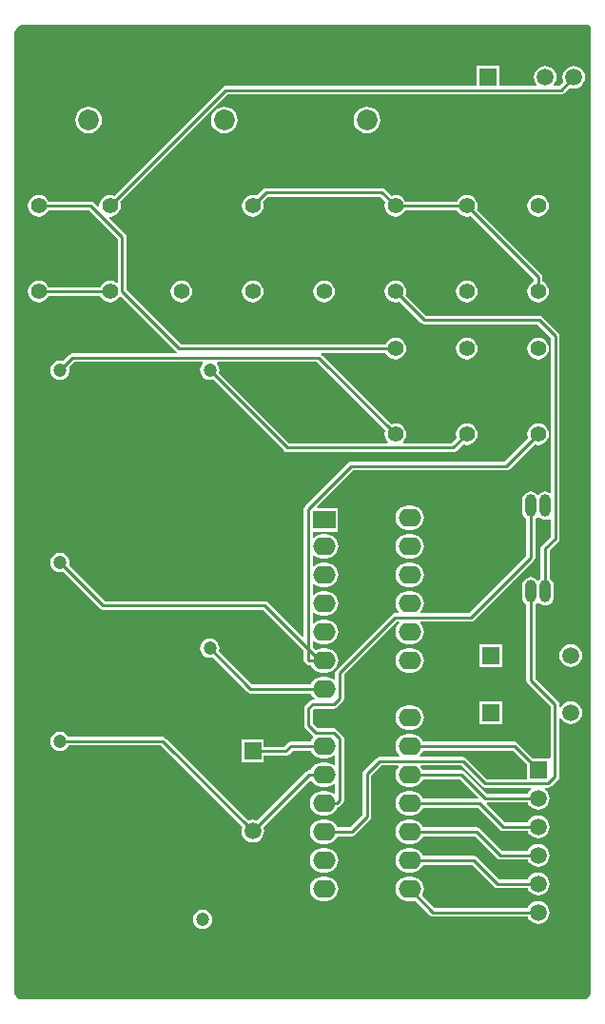
<source format=gbl>
G04 Layer_Physical_Order=2*
G04 Layer_Color=16711680*
%FSLAX25Y25*%
%MOIN*%
G70*
G01*
G75*
%ADD10C,0.01000*%
%ADD11O,0.03937X0.07874*%
%ADD12O,0.03937X0.07874*%
%ADD13R,0.05906X0.05906*%
%ADD14C,0.05906*%
%ADD15R,0.05906X0.05906*%
%ADD16C,0.04724*%
%ADD17R,0.07284X0.07284*%
%ADD18C,0.07284*%
%ADD19O,0.07874X0.06299*%
%ADD20R,0.07874X0.06299*%
%ADD21C,0.05512*%
G36*
X107500Y493471D02*
X305000D01*
Y493469D01*
X305371Y493395D01*
X305685Y493185D01*
X305895Y492871D01*
X305969Y492500D01*
X305971D01*
Y155000D01*
X305976Y154972D01*
X305861Y154099D01*
X305514Y153260D01*
X304961Y152539D01*
X304240Y151986D01*
X304167Y151956D01*
X105833D01*
X105760Y151986D01*
X105039Y152539D01*
X104486Y153260D01*
X104139Y154099D01*
X104024Y154972D01*
X104029Y155000D01*
Y490000D01*
X104024Y490028D01*
X104139Y490901D01*
X104486Y491740D01*
X105039Y492461D01*
X105760Y493014D01*
X106599Y493361D01*
X107472Y493476D01*
X107500Y493471D01*
D02*
G37*
%LPC*%
G36*
X298976Y276487D02*
X297944Y276351D01*
X296983Y275953D01*
X296157Y275319D01*
X295524Y274493D01*
X295125Y273532D01*
X294989Y272500D01*
X295125Y271468D01*
X295524Y270507D01*
X296157Y269681D01*
X296983Y269047D01*
X297944Y268649D01*
X298976Y268513D01*
X300008Y268649D01*
X300970Y269047D01*
X301796Y269681D01*
X302429Y270507D01*
X302827Y271468D01*
X302963Y272500D01*
X302827Y273532D01*
X302429Y274493D01*
X301796Y275319D01*
X300970Y275953D01*
X300008Y276351D01*
X298976Y276487D01*
D02*
G37*
G36*
X243327Y274933D02*
X241752D01*
X240669Y274791D01*
X239659Y274373D01*
X238792Y273708D01*
X238127Y272841D01*
X237709Y271831D01*
X237567Y270748D01*
X237709Y269665D01*
X238127Y268655D01*
X238792Y267789D01*
X239659Y267123D01*
X240669Y266705D01*
X241752Y266563D01*
X243327D01*
X244410Y266705D01*
X245420Y267123D01*
X246286Y267789D01*
X246952Y268655D01*
X247370Y269665D01*
X247512Y270748D01*
X247370Y271831D01*
X246952Y272841D01*
X246286Y273708D01*
X245420Y274373D01*
X244410Y274791D01*
X243327Y274933D01*
D02*
G37*
G36*
X274976Y256453D02*
X267071D01*
Y248547D01*
X274976D01*
Y256453D01*
D02*
G37*
G36*
Y276453D02*
X267071D01*
Y268547D01*
X274976D01*
Y276453D01*
D02*
G37*
G36*
X243327Y324933D02*
X241752D01*
X240669Y324791D01*
X239659Y324373D01*
X238792Y323708D01*
X238127Y322841D01*
X237709Y321831D01*
X237567Y320748D01*
X237709Y319665D01*
X238127Y318655D01*
X238792Y317789D01*
X239659Y317123D01*
X240669Y316705D01*
X241752Y316563D01*
X243327D01*
X244410Y316705D01*
X245420Y317123D01*
X246286Y317789D01*
X246952Y318655D01*
X247370Y319665D01*
X247512Y320748D01*
X247370Y321831D01*
X246952Y322841D01*
X246286Y323708D01*
X245420Y324373D01*
X244410Y324791D01*
X243327Y324933D01*
D02*
G37*
G36*
Y314933D02*
X241752D01*
X240669Y314791D01*
X239659Y314373D01*
X238792Y313707D01*
X238127Y312841D01*
X237709Y311831D01*
X237567Y310748D01*
X237709Y309665D01*
X238127Y308655D01*
X238792Y307788D01*
X239659Y307123D01*
X240669Y306705D01*
X241752Y306563D01*
X243327D01*
X244410Y306705D01*
X245420Y307123D01*
X246286Y307788D01*
X246952Y308655D01*
X247370Y309665D01*
X247512Y310748D01*
X247370Y311831D01*
X246952Y312841D01*
X246286Y313707D01*
X245420Y314373D01*
X244410Y314791D01*
X243327Y314933D01*
D02*
G37*
G36*
Y304933D02*
X241752D01*
X240669Y304791D01*
X239659Y304373D01*
X238792Y303708D01*
X238127Y302841D01*
X237709Y301831D01*
X237567Y300748D01*
X237709Y299665D01*
X238127Y298655D01*
X238792Y297789D01*
X239659Y297123D01*
X240669Y296705D01*
X241752Y296563D01*
X243327D01*
X244410Y296705D01*
X245420Y297123D01*
X246286Y297789D01*
X246952Y298655D01*
X247370Y299665D01*
X247512Y300748D01*
X247370Y301831D01*
X246952Y302841D01*
X246286Y303708D01*
X245420Y304373D01*
X244410Y304791D01*
X243327Y304933D01*
D02*
G37*
G36*
X213327Y194933D02*
X211752D01*
X210669Y194791D01*
X209659Y194373D01*
X208792Y193708D01*
X208127Y192841D01*
X207709Y191831D01*
X207567Y190748D01*
X207709Y189665D01*
X208127Y188655D01*
X208792Y187788D01*
X209659Y187123D01*
X210669Y186705D01*
X211752Y186563D01*
X213327D01*
X214410Y186705D01*
X215420Y187123D01*
X216286Y187788D01*
X216951Y188655D01*
X217370Y189665D01*
X217512Y190748D01*
X217370Y191831D01*
X216951Y192841D01*
X216286Y193708D01*
X215420Y194373D01*
X214410Y194791D01*
X213327Y194933D01*
D02*
G37*
G36*
X243327D02*
X241752D01*
X240669Y194791D01*
X239659Y194373D01*
X238792Y193708D01*
X238127Y192841D01*
X237709Y191831D01*
X237567Y190748D01*
X237709Y189665D01*
X238127Y188655D01*
X238792Y187788D01*
X239659Y187123D01*
X240669Y186705D01*
X241752Y186563D01*
X243327D01*
X244410Y186705D01*
X244417Y186708D01*
X249706Y181419D01*
X250202Y181087D01*
X250787Y180971D01*
X283855D01*
X284047Y180507D01*
X284681Y179681D01*
X285507Y179047D01*
X286468Y178649D01*
X287500Y178513D01*
X288532Y178649D01*
X289493Y179047D01*
X290319Y179681D01*
X290953Y180507D01*
X291351Y181468D01*
X291487Y182500D01*
X291351Y183532D01*
X290953Y184493D01*
X290319Y185319D01*
X289493Y185953D01*
X288532Y186351D01*
X287500Y186487D01*
X286468Y186351D01*
X285507Y185953D01*
X284681Y185319D01*
X284047Y184493D01*
X283855Y184029D01*
X251421D01*
X246884Y188567D01*
X246952Y188655D01*
X247370Y189665D01*
X247512Y190748D01*
X247370Y191831D01*
X246952Y192841D01*
X246286Y193708D01*
X245420Y194373D01*
X244410Y194791D01*
X243327Y194933D01*
D02*
G37*
G36*
X170000Y183391D02*
X169122Y183276D01*
X168304Y182937D01*
X167602Y182398D01*
X167063Y181696D01*
X166724Y180878D01*
X166609Y180000D01*
X166724Y179122D01*
X167063Y178304D01*
X167602Y177602D01*
X168304Y177063D01*
X169122Y176724D01*
X170000Y176609D01*
X170878Y176724D01*
X171696Y177063D01*
X172398Y177602D01*
X172937Y178304D01*
X173276Y179122D01*
X173391Y180000D01*
X173276Y180878D01*
X172937Y181696D01*
X172398Y182398D01*
X171696Y182937D01*
X170878Y183276D01*
X170000Y183391D01*
D02*
G37*
G36*
X243327Y204933D02*
X241752D01*
X240669Y204791D01*
X239659Y204373D01*
X238792Y203708D01*
X238127Y202841D01*
X237709Y201831D01*
X237567Y200748D01*
X237709Y199665D01*
X238127Y198655D01*
X238792Y197789D01*
X239659Y197123D01*
X240669Y196705D01*
X241752Y196563D01*
X243327D01*
X244410Y196705D01*
X245420Y197123D01*
X246286Y197789D01*
X246952Y198655D01*
X247185Y199219D01*
X264467D01*
X272267Y191419D01*
X272763Y191087D01*
X273348Y190971D01*
X283855D01*
X284047Y190507D01*
X284681Y189681D01*
X285507Y189047D01*
X286468Y188649D01*
X287500Y188513D01*
X288532Y188649D01*
X289493Y189047D01*
X290319Y189681D01*
X290953Y190507D01*
X291351Y191468D01*
X291487Y192500D01*
X291351Y193532D01*
X290953Y194493D01*
X290319Y195319D01*
X289493Y195953D01*
X288532Y196351D01*
X287500Y196487D01*
X286468Y196351D01*
X285507Y195953D01*
X284681Y195319D01*
X284047Y194493D01*
X283855Y194029D01*
X273981D01*
X266181Y201829D01*
X265685Y202161D01*
X265100Y202277D01*
X247185D01*
X246952Y202841D01*
X246286Y203708D01*
X245420Y204373D01*
X244410Y204791D01*
X243327Y204933D01*
D02*
G37*
G36*
Y254933D02*
X241752D01*
X240669Y254791D01*
X239659Y254373D01*
X238792Y253708D01*
X238127Y252841D01*
X237709Y251831D01*
X237567Y250748D01*
X237709Y249665D01*
X238127Y248655D01*
X238792Y247789D01*
X239659Y247123D01*
X240669Y246705D01*
X241752Y246563D01*
X243327D01*
X244410Y246705D01*
X245420Y247123D01*
X246286Y247789D01*
X246952Y248655D01*
X247370Y249665D01*
X247512Y250748D01*
X247370Y251831D01*
X246952Y252841D01*
X246286Y253708D01*
X245420Y254373D01*
X244410Y254791D01*
X243327Y254933D01*
D02*
G37*
G36*
Y214933D02*
X241752D01*
X240669Y214791D01*
X239659Y214373D01*
X238792Y213707D01*
X238127Y212841D01*
X237709Y211831D01*
X237567Y210748D01*
X237709Y209665D01*
X238127Y208655D01*
X238792Y207788D01*
X239659Y207123D01*
X240669Y206705D01*
X241752Y206563D01*
X243327D01*
X244410Y206705D01*
X245420Y207123D01*
X246286Y207788D01*
X246952Y208655D01*
X247185Y209219D01*
X265466D01*
X273267Y201419D01*
X273763Y201087D01*
X274348Y200971D01*
X283855D01*
X284047Y200507D01*
X284681Y199681D01*
X285507Y199047D01*
X286468Y198649D01*
X287500Y198513D01*
X288532Y198649D01*
X289493Y199047D01*
X290319Y199681D01*
X290953Y200507D01*
X291351Y201468D01*
X291487Y202500D01*
X291351Y203532D01*
X290953Y204493D01*
X290319Y205319D01*
X289493Y205953D01*
X288532Y206351D01*
X287500Y206487D01*
X286468Y206351D01*
X285507Y205953D01*
X284681Y205319D01*
X284047Y204493D01*
X283855Y204029D01*
X274981D01*
X267181Y211829D01*
X266685Y212161D01*
X266100Y212277D01*
X247185D01*
X246952Y212841D01*
X246286Y213707D01*
X245420Y214373D01*
X244410Y214791D01*
X243327Y214933D01*
D02*
G37*
G36*
X213327Y204933D02*
X211752D01*
X210669Y204791D01*
X209659Y204373D01*
X208792Y203708D01*
X208127Y202841D01*
X207709Y201831D01*
X207567Y200748D01*
X207709Y199665D01*
X208127Y198655D01*
X208792Y197789D01*
X209659Y197123D01*
X210669Y196705D01*
X211752Y196563D01*
X213327D01*
X214410Y196705D01*
X215420Y197123D01*
X216286Y197789D01*
X216951Y198655D01*
X217370Y199665D01*
X217512Y200748D01*
X217370Y201831D01*
X216951Y202841D01*
X216286Y203708D01*
X215420Y204373D01*
X214410Y204791D01*
X213327Y204933D01*
D02*
G37*
G36*
X177500Y464682D02*
X176288Y464522D01*
X175159Y464054D01*
X174189Y463310D01*
X173445Y462341D01*
X172978Y461212D01*
X172818Y460000D01*
X172978Y458788D01*
X173445Y457659D01*
X174189Y456690D01*
X175159Y455945D01*
X176288Y455478D01*
X177500Y455318D01*
X178712Y455478D01*
X179841Y455945D01*
X180810Y456690D01*
X181554Y457659D01*
X182022Y458788D01*
X182182Y460000D01*
X182022Y461212D01*
X181554Y462341D01*
X180810Y463310D01*
X179841Y464054D01*
X178712Y464522D01*
X177500Y464682D01*
D02*
G37*
G36*
X227500D02*
X226288Y464522D01*
X225159Y464054D01*
X224189Y463310D01*
X223446Y462341D01*
X222978Y461212D01*
X222818Y460000D01*
X222978Y458788D01*
X223446Y457659D01*
X224189Y456690D01*
X225159Y455945D01*
X226288Y455478D01*
X227500Y455318D01*
X228712Y455478D01*
X229841Y455945D01*
X230810Y456690D01*
X231555Y457659D01*
X232022Y458788D01*
X232182Y460000D01*
X232022Y461212D01*
X231555Y462341D01*
X230810Y463310D01*
X229841Y464054D01*
X228712Y464522D01*
X227500Y464682D01*
D02*
G37*
G36*
X212500Y403788D02*
X211520Y403659D01*
X210606Y403281D01*
X209821Y402679D01*
X209219Y401894D01*
X208841Y400981D01*
X208712Y400000D01*
X208841Y399020D01*
X209219Y398106D01*
X209821Y397321D01*
X210606Y396719D01*
X211520Y396341D01*
X212500Y396212D01*
X213480Y396341D01*
X214394Y396719D01*
X215179Y397321D01*
X215781Y398106D01*
X216159Y399020D01*
X216288Y400000D01*
X216159Y400981D01*
X215781Y401894D01*
X215179Y402679D01*
X214394Y403281D01*
X213480Y403659D01*
X212500Y403788D01*
D02*
G37*
G36*
X262500D02*
X261520Y403659D01*
X260606Y403281D01*
X259821Y402679D01*
X259219Y401894D01*
X258841Y400981D01*
X258712Y400000D01*
X258841Y399020D01*
X259219Y398106D01*
X259821Y397321D01*
X260606Y396719D01*
X261520Y396341D01*
X262500Y396212D01*
X263480Y396341D01*
X264394Y396719D01*
X265179Y397321D01*
X265781Y398106D01*
X266159Y399020D01*
X266288Y400000D01*
X266159Y400981D01*
X265781Y401894D01*
X265179Y402679D01*
X264394Y403281D01*
X263480Y403659D01*
X262500Y403788D01*
D02*
G37*
G36*
X130000Y464682D02*
X128788Y464522D01*
X127659Y464054D01*
X126690Y463310D01*
X125945Y462341D01*
X125478Y461212D01*
X125318Y460000D01*
X125478Y458788D01*
X125945Y457659D01*
X126690Y456690D01*
X127659Y455945D01*
X128788Y455478D01*
X130000Y455318D01*
X131212Y455478D01*
X132341Y455945D01*
X133310Y456690D01*
X134055Y457659D01*
X134522Y458788D01*
X134682Y460000D01*
X134522Y461212D01*
X134055Y462341D01*
X133310Y463310D01*
X132341Y464054D01*
X131212Y464522D01*
X130000Y464682D01*
D02*
G37*
G36*
X232800Y436229D02*
X192200D01*
X191615Y436113D01*
X191119Y435781D01*
X188845Y433508D01*
X188480Y433659D01*
X187500Y433788D01*
X186520Y433659D01*
X185606Y433281D01*
X184821Y432679D01*
X184219Y431894D01*
X183841Y430980D01*
X183712Y430000D01*
X183841Y429019D01*
X184219Y428106D01*
X184821Y427321D01*
X185606Y426719D01*
X186520Y426341D01*
X187500Y426212D01*
X188480Y426341D01*
X189394Y426719D01*
X190179Y427321D01*
X190781Y428106D01*
X191159Y429019D01*
X191288Y430000D01*
X191159Y430980D01*
X191008Y431345D01*
X192833Y433171D01*
X232167D01*
X233992Y431345D01*
X233841Y430980D01*
X233712Y430000D01*
X233841Y429019D01*
X234219Y428106D01*
X234821Y427321D01*
X235606Y426719D01*
X236520Y426341D01*
X237500Y426212D01*
X238480Y426341D01*
X239394Y426719D01*
X240179Y427321D01*
X240781Y428106D01*
X240932Y428471D01*
X259068D01*
X259219Y428106D01*
X259821Y427321D01*
X260606Y426719D01*
X261520Y426341D01*
X262500Y426212D01*
X263480Y426341D01*
X263845Y426492D01*
X285971Y404366D01*
Y403432D01*
X285606Y403281D01*
X284821Y402679D01*
X284219Y401894D01*
X283841Y400981D01*
X283712Y400000D01*
X283841Y399020D01*
X284219Y398106D01*
X284821Y397321D01*
X285606Y396719D01*
X286520Y396341D01*
X287500Y396212D01*
X288480Y396341D01*
X289394Y396719D01*
X290179Y397321D01*
X290781Y398106D01*
X291159Y399020D01*
X291288Y400000D01*
X291159Y400981D01*
X290781Y401894D01*
X290179Y402679D01*
X289394Y403281D01*
X289029Y403432D01*
Y405000D01*
X288913Y405585D01*
X288581Y406081D01*
X266008Y428655D01*
X266159Y429019D01*
X266288Y430000D01*
X266159Y430980D01*
X265781Y431894D01*
X265179Y432679D01*
X264394Y433281D01*
X263480Y433659D01*
X262500Y433788D01*
X261520Y433659D01*
X260606Y433281D01*
X259821Y432679D01*
X259219Y431894D01*
X259068Y431529D01*
X240932D01*
X240781Y431894D01*
X240179Y432679D01*
X239394Y433281D01*
X238480Y433659D01*
X237500Y433788D01*
X236520Y433659D01*
X236155Y433508D01*
X233881Y435781D01*
X233385Y436113D01*
X232800Y436229D01*
D02*
G37*
G36*
X287500Y433788D02*
X286520Y433659D01*
X285606Y433281D01*
X284821Y432679D01*
X284219Y431894D01*
X283841Y430980D01*
X283712Y430000D01*
X283841Y429019D01*
X284219Y428106D01*
X284821Y427321D01*
X285606Y426719D01*
X286520Y426341D01*
X287500Y426212D01*
X288480Y426341D01*
X289394Y426719D01*
X290179Y427321D01*
X290781Y428106D01*
X291159Y429019D01*
X291288Y430000D01*
X291159Y430980D01*
X290781Y431894D01*
X290179Y432679D01*
X289394Y433281D01*
X288480Y433659D01*
X287500Y433788D01*
D02*
G37*
G36*
X300000Y478987D02*
X298968Y478851D01*
X298007Y478453D01*
X297181Y477819D01*
X296547Y476993D01*
X296149Y476032D01*
X296013Y475000D01*
X296149Y473968D01*
X296341Y473504D01*
X294866Y472029D01*
X293333D01*
X293087Y472529D01*
X293453Y473007D01*
X293851Y473968D01*
X293987Y475000D01*
X293851Y476032D01*
X293453Y476993D01*
X292819Y477819D01*
X291993Y478453D01*
X291032Y478851D01*
X290000Y478987D01*
X288968Y478851D01*
X288007Y478453D01*
X287181Y477819D01*
X286547Y476993D01*
X286149Y476032D01*
X286013Y475000D01*
X286149Y473968D01*
X286547Y473007D01*
X286913Y472529D01*
X286667Y472029D01*
X273953D01*
Y478953D01*
X266047D01*
Y472029D01*
X178000D01*
X177415Y471913D01*
X176919Y471581D01*
X138845Y433508D01*
X138480Y433659D01*
X137500Y433788D01*
X136520Y433659D01*
X135606Y433281D01*
X134821Y432679D01*
X134219Y431894D01*
X133841Y430980D01*
X133712Y430000D01*
X133724Y429909D01*
X133275Y429688D01*
X131881Y431081D01*
X131385Y431413D01*
X130800Y431529D01*
X115932D01*
X115781Y431894D01*
X115179Y432679D01*
X114394Y433281D01*
X113480Y433659D01*
X112500Y433788D01*
X111520Y433659D01*
X110606Y433281D01*
X109821Y432679D01*
X109219Y431894D01*
X108841Y430980D01*
X108712Y430000D01*
X108841Y429019D01*
X109219Y428106D01*
X109821Y427321D01*
X110606Y426719D01*
X111520Y426341D01*
X112500Y426212D01*
X113480Y426341D01*
X114394Y426719D01*
X115179Y427321D01*
X115781Y428106D01*
X115932Y428471D01*
X130166D01*
X140271Y418366D01*
Y403238D01*
X139771Y402992D01*
X139394Y403281D01*
X138480Y403659D01*
X137500Y403788D01*
X136520Y403659D01*
X135606Y403281D01*
X134821Y402679D01*
X134219Y401894D01*
X134068Y401529D01*
X115932D01*
X115781Y401894D01*
X115179Y402679D01*
X114394Y403281D01*
X113480Y403659D01*
X112500Y403788D01*
X111520Y403659D01*
X110606Y403281D01*
X109821Y402679D01*
X109219Y401894D01*
X108841Y400981D01*
X108712Y400000D01*
X108841Y399020D01*
X109219Y398106D01*
X109821Y397321D01*
X110606Y396719D01*
X111520Y396341D01*
X112500Y396212D01*
X113480Y396341D01*
X114394Y396719D01*
X115179Y397321D01*
X115781Y398106D01*
X115932Y398471D01*
X134068D01*
X134219Y398106D01*
X134821Y397321D01*
X135606Y396719D01*
X136520Y396341D01*
X137500Y396212D01*
X138480Y396341D01*
X139394Y396719D01*
X140179Y397321D01*
X140781Y398106D01*
X140828Y398221D01*
X141319Y398318D01*
X160719Y378919D01*
X160852Y378829D01*
X160700Y378329D01*
X124300D01*
X123715Y378213D01*
X123219Y377881D01*
X121044Y375707D01*
X120878Y375776D01*
X120000Y375891D01*
X119122Y375776D01*
X118304Y375437D01*
X117602Y374898D01*
X117063Y374196D01*
X116724Y373378D01*
X116609Y372500D01*
X116724Y371622D01*
X117063Y370804D01*
X117602Y370102D01*
X118304Y369563D01*
X119122Y369224D01*
X120000Y369109D01*
X120878Y369224D01*
X121696Y369563D01*
X122398Y370102D01*
X122937Y370804D01*
X123276Y371622D01*
X123391Y372500D01*
X123276Y373378D01*
X123207Y373544D01*
X124934Y375271D01*
X169824D01*
X170004Y374771D01*
X169563Y374196D01*
X169224Y373378D01*
X169109Y372500D01*
X169224Y371622D01*
X169563Y370804D01*
X170102Y370102D01*
X170804Y369563D01*
X171622Y369224D01*
X172500Y369109D01*
X173378Y369224D01*
X173544Y369293D01*
X198619Y344219D01*
X199115Y343887D01*
X199700Y343771D01*
X257800D01*
X258385Y343887D01*
X258881Y344219D01*
X261155Y346492D01*
X261520Y346341D01*
X262500Y346212D01*
X263480Y346341D01*
X264394Y346719D01*
X265179Y347321D01*
X265781Y348106D01*
X266159Y349020D01*
X266288Y350000D01*
X266159Y350980D01*
X265781Y351894D01*
X265179Y352679D01*
X264394Y353281D01*
X263480Y353659D01*
X262500Y353788D01*
X261520Y353659D01*
X260606Y353281D01*
X259821Y352679D01*
X259219Y351894D01*
X258841Y350980D01*
X258712Y350000D01*
X258841Y349020D01*
X258992Y348655D01*
X257167Y346829D01*
X240316D01*
X240210Y347141D01*
X240185Y347329D01*
X240781Y348106D01*
X241159Y349020D01*
X241288Y350000D01*
X241159Y350980D01*
X240781Y351894D01*
X240179Y352679D01*
X239394Y353281D01*
X238480Y353659D01*
X237500Y353788D01*
X236520Y353659D01*
X236155Y353508D01*
X211781Y377881D01*
X211648Y377971D01*
X211800Y378471D01*
X234068D01*
X234219Y378106D01*
X234821Y377321D01*
X235606Y376719D01*
X236520Y376341D01*
X237500Y376212D01*
X238480Y376341D01*
X239394Y376719D01*
X240179Y377321D01*
X240781Y378106D01*
X241159Y379019D01*
X241288Y380000D01*
X241159Y380980D01*
X240781Y381894D01*
X240179Y382679D01*
X239394Y383281D01*
X238480Y383659D01*
X237500Y383788D01*
X236520Y383659D01*
X235606Y383281D01*
X234821Y382679D01*
X234219Y381894D01*
X234068Y381529D01*
X162434D01*
X143329Y400633D01*
Y419000D01*
X143213Y419585D01*
X142881Y420081D01*
X137188Y425775D01*
X137409Y426224D01*
X137500Y426212D01*
X138480Y426341D01*
X139394Y426719D01*
X140179Y427321D01*
X140781Y428106D01*
X141159Y429019D01*
X141288Y430000D01*
X141159Y430980D01*
X141008Y431345D01*
X178633Y468971D01*
X295500D01*
X296085Y469087D01*
X296581Y469419D01*
X298504Y471341D01*
X298968Y471149D01*
X300000Y471013D01*
X301032Y471149D01*
X301993Y471547D01*
X302819Y472181D01*
X303453Y473007D01*
X303851Y473968D01*
X303987Y475000D01*
X303851Y476032D01*
X303453Y476993D01*
X302819Y477819D01*
X301993Y478453D01*
X301032Y478851D01*
X300000Y478987D01*
D02*
G37*
G36*
X287500Y353788D02*
X286520Y353659D01*
X285606Y353281D01*
X284821Y352679D01*
X284219Y351894D01*
X283841Y350980D01*
X283712Y350000D01*
X283841Y349020D01*
X283992Y348655D01*
X275766Y340429D01*
X222100D01*
X221515Y340313D01*
X221019Y339981D01*
X205919Y324881D01*
X205587Y324385D01*
X205471Y323800D01*
Y279146D01*
X205009Y278954D01*
X192881Y291081D01*
X192385Y291413D01*
X191800Y291529D01*
X135634D01*
X123207Y303956D01*
X123276Y304122D01*
X123391Y305000D01*
X123276Y305878D01*
X122937Y306696D01*
X122398Y307398D01*
X121696Y307937D01*
X120878Y308276D01*
X120000Y308391D01*
X119122Y308276D01*
X118304Y307937D01*
X117602Y307398D01*
X117063Y306696D01*
X116724Y305878D01*
X116609Y305000D01*
X116724Y304122D01*
X117063Y303304D01*
X117602Y302602D01*
X118304Y302063D01*
X119122Y301724D01*
X120000Y301609D01*
X120878Y301724D01*
X121044Y301793D01*
X133919Y288919D01*
X134415Y288587D01*
X135000Y288471D01*
X191166D01*
X205471Y274166D01*
Y270848D01*
X205587Y270263D01*
X205919Y269767D01*
X206019Y269667D01*
X206515Y269335D01*
X207100Y269219D01*
X207894D01*
X208127Y268655D01*
X208792Y267789D01*
X209659Y267123D01*
X210669Y266705D01*
X211752Y266563D01*
X213327D01*
X214410Y266705D01*
X215420Y267123D01*
X216286Y267789D01*
X216951Y268655D01*
X217370Y269665D01*
X217512Y270748D01*
X217370Y271831D01*
X216951Y272841D01*
X216286Y273708D01*
X215420Y274373D01*
X214410Y274791D01*
X213327Y274933D01*
X211752D01*
X210669Y274791D01*
X209659Y274373D01*
X209620Y274343D01*
X208529Y275433D01*
Y277360D01*
X209029Y277607D01*
X209659Y277123D01*
X210669Y276705D01*
X211752Y276563D01*
X213327D01*
X214410Y276705D01*
X215420Y277123D01*
X216286Y277788D01*
X216951Y278655D01*
X217370Y279665D01*
X217512Y280748D01*
X217370Y281831D01*
X216951Y282841D01*
X216286Y283707D01*
X215420Y284373D01*
X214410Y284791D01*
X213327Y284933D01*
X211752D01*
X210669Y284791D01*
X209659Y284373D01*
X209029Y283889D01*
X208529Y284136D01*
Y287360D01*
X209029Y287607D01*
X209659Y287123D01*
X210669Y286705D01*
X211752Y286563D01*
X213327D01*
X214410Y286705D01*
X215420Y287123D01*
X216286Y287789D01*
X216951Y288655D01*
X217370Y289665D01*
X217512Y290748D01*
X217370Y291831D01*
X216951Y292841D01*
X216286Y293707D01*
X215420Y294373D01*
X214410Y294791D01*
X213327Y294933D01*
X211752D01*
X210669Y294791D01*
X209659Y294373D01*
X209029Y293889D01*
X208529Y294136D01*
Y297360D01*
X209029Y297607D01*
X209659Y297123D01*
X210669Y296705D01*
X211752Y296563D01*
X213327D01*
X214410Y296705D01*
X215420Y297123D01*
X216286Y297789D01*
X216951Y298655D01*
X217370Y299665D01*
X217512Y300748D01*
X217370Y301831D01*
X216951Y302841D01*
X216286Y303708D01*
X215420Y304373D01*
X214410Y304791D01*
X213327Y304933D01*
X211752D01*
X210669Y304791D01*
X209659Y304373D01*
X209029Y303889D01*
X208529Y304136D01*
Y307360D01*
X209029Y307607D01*
X209659Y307123D01*
X210669Y306705D01*
X211752Y306563D01*
X213327D01*
X214410Y306705D01*
X215420Y307123D01*
X216286Y307788D01*
X216951Y308655D01*
X217370Y309665D01*
X217512Y310748D01*
X217370Y311831D01*
X216951Y312841D01*
X216286Y313707D01*
X215420Y314373D01*
X214410Y314791D01*
X213327Y314933D01*
X211752D01*
X210669Y314791D01*
X209659Y314373D01*
X209029Y313889D01*
X208529Y314136D01*
Y315850D01*
X217437D01*
Y324150D01*
X210166D01*
X209974Y324611D01*
X222733Y337371D01*
X276400D01*
X276985Y337487D01*
X277481Y337819D01*
X286155Y346492D01*
X286520Y346341D01*
X287500Y346212D01*
X288480Y346341D01*
X289394Y346719D01*
X290179Y347321D01*
X290781Y348106D01*
X291159Y349020D01*
X291288Y350000D01*
X291159Y350980D01*
X290781Y351894D01*
X290179Y352679D01*
X289394Y353281D01*
X288480Y353659D01*
X287500Y353788D01*
D02*
G37*
G36*
X237500Y403788D02*
X236520Y403659D01*
X235606Y403281D01*
X234821Y402679D01*
X234219Y401894D01*
X233841Y400981D01*
X233712Y400000D01*
X233841Y399020D01*
X234219Y398106D01*
X234821Y397321D01*
X235606Y396719D01*
X236520Y396341D01*
X237500Y396212D01*
X238480Y396341D01*
X238845Y396492D01*
X246419Y388919D01*
X246915Y388587D01*
X247500Y388471D01*
X287367D01*
X291971Y383867D01*
Y329763D01*
X291522Y329542D01*
X291497Y329561D01*
X290775Y329861D01*
X290000Y329963D01*
X289225Y329861D01*
X288503Y329561D01*
X287883Y329086D01*
X287750Y328913D01*
X287250D01*
X287117Y329086D01*
X286497Y329561D01*
X285775Y329861D01*
X285000Y329963D01*
X284225Y329861D01*
X283503Y329561D01*
X282883Y329086D01*
X282407Y328466D01*
X282108Y327743D01*
X282006Y326969D01*
Y323031D01*
X282108Y322257D01*
X282407Y321534D01*
X282883Y320914D01*
X283471Y320463D01*
Y307534D01*
X263266Y287329D01*
X246442D01*
X246379Y287517D01*
X246318Y287829D01*
X246952Y288655D01*
X247370Y289665D01*
X247512Y290748D01*
X247370Y291831D01*
X246952Y292841D01*
X246286Y293707D01*
X245420Y294373D01*
X244410Y294791D01*
X243327Y294933D01*
X241752D01*
X240669Y294791D01*
X239659Y294373D01*
X238792Y293707D01*
X238127Y292841D01*
X237709Y291831D01*
X237567Y290748D01*
X237709Y289665D01*
X238127Y288655D01*
X238761Y287829D01*
X238700Y287517D01*
X238637Y287329D01*
X237300D01*
X236715Y287213D01*
X236219Y286881D01*
X216919Y267581D01*
X216587Y267085D01*
X216471Y266500D01*
Y264196D01*
X215971Y263950D01*
X215420Y264373D01*
X214410Y264791D01*
X213327Y264933D01*
X211752D01*
X210669Y264791D01*
X209659Y264373D01*
X208792Y263707D01*
X208127Y262841D01*
X207894Y262277D01*
X187385D01*
X175707Y273956D01*
X175776Y274122D01*
X175891Y275000D01*
X175776Y275878D01*
X175437Y276696D01*
X174898Y277398D01*
X174196Y277937D01*
X173378Y278276D01*
X172500Y278391D01*
X171622Y278276D01*
X170804Y277937D01*
X170102Y277398D01*
X169563Y276696D01*
X169224Y275878D01*
X169109Y275000D01*
X169224Y274122D01*
X169563Y273304D01*
X170102Y272602D01*
X170804Y272063D01*
X171622Y271724D01*
X172500Y271609D01*
X173378Y271724D01*
X173544Y271793D01*
X185671Y259667D01*
X186167Y259335D01*
X186752Y259219D01*
X207894D01*
X208127Y258655D01*
X208792Y257788D01*
X209260Y257429D01*
X209091Y256929D01*
X208500D01*
X207915Y256813D01*
X207419Y256481D01*
X206019Y255081D01*
X205687Y254585D01*
X205571Y254000D01*
Y248000D01*
X205687Y247415D01*
X206019Y246919D01*
X208619Y244319D01*
X208698Y244265D01*
X208772Y243827D01*
X208738Y243637D01*
X208127Y242841D01*
X207894Y242277D01*
X200872D01*
X200286Y242161D01*
X199790Y241829D01*
X198467Y240506D01*
X191453D01*
Y242929D01*
X183547D01*
Y235024D01*
X191453D01*
Y237447D01*
X199100D01*
X199685Y237563D01*
X200181Y237895D01*
X201505Y239219D01*
X207894D01*
X208127Y238655D01*
X208792Y237789D01*
X209659Y237123D01*
X210669Y236705D01*
X211752Y236563D01*
X213327D01*
X214410Y236705D01*
X215420Y237123D01*
X215971Y237546D01*
X216471Y237300D01*
Y234196D01*
X215971Y233950D01*
X215420Y234373D01*
X214410Y234791D01*
X213327Y234933D01*
X211752D01*
X210669Y234791D01*
X209659Y234373D01*
X208792Y233707D01*
X208127Y232841D01*
X207894Y232277D01*
X207224D01*
X206639Y232161D01*
X206143Y231829D01*
X188996Y214682D01*
X188532Y214875D01*
X187500Y215010D01*
X186468Y214875D01*
X186004Y214682D01*
X157105Y243581D01*
X156609Y243913D01*
X156024Y244029D01*
X123006D01*
X122937Y244196D01*
X122398Y244898D01*
X121696Y245437D01*
X120878Y245776D01*
X120000Y245891D01*
X119122Y245776D01*
X118304Y245437D01*
X117602Y244898D01*
X117063Y244196D01*
X116724Y243378D01*
X116609Y242500D01*
X116724Y241622D01*
X117063Y240804D01*
X117602Y240102D01*
X118304Y239563D01*
X119122Y239224D01*
X120000Y239109D01*
X120878Y239224D01*
X121696Y239563D01*
X122398Y240102D01*
X122937Y240804D01*
X123006Y240971D01*
X155390D01*
X183841Y212520D01*
X183649Y212055D01*
X183513Y211024D01*
X183649Y209992D01*
X184047Y209030D01*
X184681Y208205D01*
X185507Y207571D01*
X186468Y207173D01*
X187500Y207037D01*
X188532Y207173D01*
X189493Y207571D01*
X190319Y208205D01*
X190953Y209030D01*
X191351Y209992D01*
X191487Y211024D01*
X191351Y212055D01*
X191159Y212520D01*
X207501Y228861D01*
X208090Y228744D01*
X208127Y228655D01*
X208792Y227788D01*
X209659Y227123D01*
X210669Y226705D01*
X211752Y226563D01*
X213327D01*
X214410Y226705D01*
X215420Y227123D01*
X215971Y227546D01*
X216471Y227300D01*
Y224196D01*
X215971Y223950D01*
X215420Y224373D01*
X214410Y224791D01*
X213327Y224933D01*
X211752D01*
X210669Y224791D01*
X209659Y224373D01*
X208792Y223708D01*
X208127Y222841D01*
X207709Y221831D01*
X207567Y220748D01*
X207709Y219665D01*
X208127Y218655D01*
X208792Y217789D01*
X209659Y217123D01*
X210669Y216705D01*
X211752Y216563D01*
X213327D01*
X214410Y216705D01*
X215420Y217123D01*
X216286Y217789D01*
X216951Y218655D01*
X217201Y219259D01*
X217585Y219335D01*
X218081Y219667D01*
X219081Y220667D01*
X219413Y221163D01*
X219529Y221748D01*
Y243400D01*
X219413Y243985D01*
X219081Y244481D01*
X217081Y246481D01*
X216585Y246813D01*
X216000Y246929D01*
X210333D01*
X208629Y248634D01*
Y253366D01*
X209134Y253871D01*
X216000D01*
X216585Y253987D01*
X217081Y254319D01*
X219081Y256319D01*
X219413Y256815D01*
X219529Y257400D01*
Y265866D01*
X237933Y284271D01*
X238749D01*
X238909Y283797D01*
X238792Y283707D01*
X238127Y282841D01*
X237709Y281831D01*
X237567Y280748D01*
X237709Y279665D01*
X238127Y278655D01*
X238792Y277788D01*
X239659Y277123D01*
X240669Y276705D01*
X241752Y276563D01*
X243327D01*
X244410Y276705D01*
X245420Y277123D01*
X246286Y277788D01*
X246952Y278655D01*
X247370Y279665D01*
X247512Y280748D01*
X247370Y281831D01*
X246952Y282841D01*
X246286Y283707D01*
X246170Y283797D01*
X246330Y284271D01*
X263900D01*
X264485Y284387D01*
X264981Y284719D01*
X286081Y305819D01*
X286413Y306315D01*
X286529Y306900D01*
Y320463D01*
X287117Y320914D01*
X287250Y321087D01*
X287750D01*
X287883Y320914D01*
X288503Y320439D01*
X289225Y320139D01*
X290000Y320037D01*
X290775Y320139D01*
X291497Y320439D01*
X291522Y320458D01*
X291971Y320237D01*
Y314134D01*
X288919Y311081D01*
X288587Y310585D01*
X288471Y310000D01*
Y299537D01*
X287883Y299086D01*
X287750Y298913D01*
X287250D01*
X287117Y299086D01*
X286497Y299562D01*
X285775Y299861D01*
X285000Y299963D01*
X284225Y299861D01*
X283503Y299562D01*
X282883Y299086D01*
X282407Y298466D01*
X282108Y297743D01*
X282006Y296969D01*
Y293032D01*
X282108Y292257D01*
X282407Y291534D01*
X282883Y290914D01*
X283471Y290463D01*
Y263800D01*
X283587Y263215D01*
X283919Y262719D01*
X291871Y254767D01*
Y236651D01*
X291453Y236453D01*
X285710D01*
X280333Y241829D01*
X279837Y242161D01*
X279252Y242277D01*
X247185D01*
X246952Y242841D01*
X246286Y243707D01*
X245420Y244373D01*
X244410Y244791D01*
X243327Y244933D01*
X241752D01*
X240669Y244791D01*
X239659Y244373D01*
X238792Y243707D01*
X238127Y242841D01*
X237709Y241831D01*
X237567Y240748D01*
X237709Y239665D01*
X238127Y238655D01*
X238792Y237789D01*
X239130Y237529D01*
X238960Y237029D01*
X232000D01*
X231415Y236913D01*
X230919Y236581D01*
X226419Y232081D01*
X226087Y231585D01*
X225971Y231000D01*
Y216634D01*
X221615Y212277D01*
X217185D01*
X216951Y212841D01*
X216286Y213707D01*
X215420Y214373D01*
X214410Y214791D01*
X213327Y214933D01*
X211752D01*
X210669Y214791D01*
X209659Y214373D01*
X208792Y213707D01*
X208127Y212841D01*
X207709Y211831D01*
X207567Y210748D01*
X207709Y209665D01*
X208127Y208655D01*
X208792Y207788D01*
X209659Y207123D01*
X210669Y206705D01*
X211752Y206563D01*
X213327D01*
X214410Y206705D01*
X215420Y207123D01*
X216286Y207788D01*
X216951Y208655D01*
X217185Y209219D01*
X222248D01*
X222833Y209335D01*
X223329Y209667D01*
X228581Y214919D01*
X228913Y215415D01*
X229029Y216000D01*
Y230366D01*
X232633Y233971D01*
X238364D01*
X238611Y233471D01*
X238127Y232841D01*
X237709Y231831D01*
X237567Y230748D01*
X237709Y229665D01*
X238127Y228655D01*
X238792Y227788D01*
X239659Y227123D01*
X240669Y226705D01*
X241752Y226563D01*
X243327D01*
X244410Y226705D01*
X245420Y227123D01*
X246286Y227788D01*
X246952Y228655D01*
X247185Y229219D01*
X260167D01*
X266608Y222777D01*
X266401Y222277D01*
X247185D01*
X246952Y222841D01*
X246286Y223708D01*
X245420Y224373D01*
X244410Y224791D01*
X243327Y224933D01*
X241752D01*
X240669Y224791D01*
X239659Y224373D01*
X238792Y223708D01*
X238127Y222841D01*
X237709Y221831D01*
X237567Y220748D01*
X237709Y219665D01*
X238127Y218655D01*
X238792Y217789D01*
X239659Y217123D01*
X240669Y216705D01*
X241752Y216563D01*
X243327D01*
X244410Y216705D01*
X245420Y217123D01*
X246286Y217789D01*
X246952Y218655D01*
X247185Y219219D01*
X266466D01*
X274267Y211419D01*
X274763Y211087D01*
X275348Y210971D01*
X283855D01*
X284047Y210507D01*
X284681Y209681D01*
X285507Y209047D01*
X286468Y208649D01*
X287500Y208513D01*
X288532Y208649D01*
X289493Y209047D01*
X290319Y209681D01*
X290953Y210507D01*
X291351Y211468D01*
X291487Y212500D01*
X291351Y213532D01*
X290953Y214493D01*
X290319Y215319D01*
X289493Y215953D01*
X288532Y216351D01*
X287500Y216487D01*
X286468Y216351D01*
X285507Y215953D01*
X284681Y215319D01*
X284047Y214493D01*
X283855Y214029D01*
X275981D01*
X269540Y220471D01*
X269747Y220971D01*
X283855D01*
X284047Y220507D01*
X284681Y219681D01*
X285507Y219047D01*
X286468Y218649D01*
X287500Y218513D01*
X288532Y218649D01*
X289493Y219047D01*
X290319Y219681D01*
X290953Y220507D01*
X291351Y221468D01*
X291487Y222500D01*
X291351Y223532D01*
X290953Y224493D01*
X290319Y225319D01*
X289861Y225671D01*
X290031Y226171D01*
X291100D01*
X291685Y226287D01*
X292181Y226619D01*
X294481Y228919D01*
X294813Y229415D01*
X294929Y230000D01*
Y250635D01*
X295429Y250734D01*
X295524Y250507D01*
X296157Y249681D01*
X296983Y249047D01*
X297944Y248649D01*
X298976Y248513D01*
X300008Y248649D01*
X300970Y249047D01*
X301796Y249681D01*
X302429Y250507D01*
X302827Y251468D01*
X302963Y252500D01*
X302827Y253532D01*
X302429Y254493D01*
X301796Y255319D01*
X300970Y255953D01*
X300008Y256351D01*
X298976Y256487D01*
X297944Y256351D01*
X296983Y255953D01*
X296157Y255319D01*
X295524Y254493D01*
X295429Y254266D01*
X294929Y254365D01*
Y255400D01*
X294813Y255985D01*
X294481Y256481D01*
X286529Y264434D01*
Y290463D01*
X287117Y290914D01*
X287250Y291087D01*
X287750D01*
X287883Y290914D01*
X288503Y290439D01*
X289225Y290139D01*
X290000Y290037D01*
X290775Y290139D01*
X291497Y290439D01*
X292117Y290914D01*
X292593Y291534D01*
X292892Y292257D01*
X292994Y293032D01*
Y296969D01*
X292892Y297743D01*
X292593Y298466D01*
X292117Y299086D01*
X291529Y299537D01*
Y309366D01*
X294581Y312419D01*
X294913Y312915D01*
X295029Y313500D01*
Y384500D01*
X294913Y385085D01*
X294581Y385581D01*
X289081Y391081D01*
X288585Y391413D01*
X288000Y391529D01*
X248133D01*
X241008Y398655D01*
X241159Y399020D01*
X241288Y400000D01*
X241159Y400981D01*
X240781Y401894D01*
X240179Y402679D01*
X239394Y403281D01*
X238480Y403659D01*
X237500Y403788D01*
D02*
G37*
G36*
X262500Y383788D02*
X261520Y383659D01*
X260606Y383281D01*
X259821Y382679D01*
X259219Y381894D01*
X258841Y380980D01*
X258712Y380000D01*
X258841Y379019D01*
X259219Y378106D01*
X259821Y377321D01*
X260606Y376719D01*
X261520Y376341D01*
X262500Y376212D01*
X263480Y376341D01*
X264394Y376719D01*
X265179Y377321D01*
X265781Y378106D01*
X266159Y379019D01*
X266288Y380000D01*
X266159Y380980D01*
X265781Y381894D01*
X265179Y382679D01*
X264394Y383281D01*
X263480Y383659D01*
X262500Y383788D01*
D02*
G37*
G36*
X187500Y403788D02*
X186520Y403659D01*
X185606Y403281D01*
X184821Y402679D01*
X184219Y401894D01*
X183841Y400981D01*
X183712Y400000D01*
X183841Y399020D01*
X184219Y398106D01*
X184821Y397321D01*
X185606Y396719D01*
X186520Y396341D01*
X187500Y396212D01*
X188480Y396341D01*
X189394Y396719D01*
X190179Y397321D01*
X190781Y398106D01*
X191159Y399020D01*
X191288Y400000D01*
X191159Y400981D01*
X190781Y401894D01*
X190179Y402679D01*
X189394Y403281D01*
X188480Y403659D01*
X187500Y403788D01*
D02*
G37*
G36*
X162500D02*
X161520Y403659D01*
X160606Y403281D01*
X159821Y402679D01*
X159219Y401894D01*
X158841Y400981D01*
X158712Y400000D01*
X158841Y399020D01*
X159219Y398106D01*
X159821Y397321D01*
X160606Y396719D01*
X161520Y396341D01*
X162500Y396212D01*
X163480Y396341D01*
X164394Y396719D01*
X165179Y397321D01*
X165781Y398106D01*
X166159Y399020D01*
X166288Y400000D01*
X166159Y400981D01*
X165781Y401894D01*
X165179Y402679D01*
X164394Y403281D01*
X163480Y403659D01*
X162500Y403788D01*
D02*
G37*
G36*
X287500Y383788D02*
X286520Y383659D01*
X285606Y383281D01*
X284821Y382679D01*
X284219Y381894D01*
X283841Y380980D01*
X283712Y380000D01*
X283841Y379019D01*
X284219Y378106D01*
X284821Y377321D01*
X285606Y376719D01*
X286520Y376341D01*
X287500Y376212D01*
X288480Y376341D01*
X289394Y376719D01*
X290179Y377321D01*
X290781Y378106D01*
X291159Y379019D01*
X291288Y380000D01*
X291159Y380980D01*
X290781Y381894D01*
X290179Y382679D01*
X289394Y383281D01*
X288480Y383659D01*
X287500Y383788D01*
D02*
G37*
%LPD*%
G36*
X233992Y351345D02*
X233841Y350980D01*
X233712Y350000D01*
X233841Y349020D01*
X234219Y348106D01*
X234815Y347329D01*
X234790Y347141D01*
X234684Y346829D01*
X200333D01*
X175707Y371456D01*
X175776Y371622D01*
X175891Y372500D01*
X175776Y373378D01*
X175437Y374196D01*
X174996Y374771D01*
X175176Y375271D01*
X210067D01*
X233992Y351345D01*
D02*
G37*
G36*
X283547Y234290D02*
Y229229D01*
X269634D01*
X262281Y236581D01*
X261785Y236913D01*
X261200Y237029D01*
X246118D01*
X245949Y237529D01*
X246286Y237789D01*
X246952Y238655D01*
X247185Y239219D01*
X278619D01*
X283547Y234290D01*
D02*
G37*
G36*
X267919Y226619D02*
X268415Y226287D01*
X269000Y226171D01*
X284969D01*
X285139Y225671D01*
X284681Y225319D01*
X284047Y224493D01*
X283855Y224029D01*
X269682D01*
X261881Y231829D01*
X261385Y232161D01*
X260800Y232277D01*
X247185D01*
X246952Y232841D01*
X246468Y233471D01*
X246715Y233971D01*
X260566D01*
X267919Y226619D01*
D02*
G37*
D10*
X112500Y400000D02*
X137500D01*
X237500Y430000D02*
X262500D01*
X242539Y230748D02*
X260800D01*
X269048Y222500D01*
X287500D01*
X187500Y238976D02*
X199100D01*
X200872Y240748D01*
X212539D01*
X120000Y342500D02*
X172500D01*
X177500Y480000D02*
X227500D01*
X130000D02*
X177500D01*
X275000D02*
X280000Y475000D01*
X227500Y480000D02*
X275000D01*
X137500Y430000D02*
X178000Y470500D01*
X295500D01*
X300000Y475000D01*
X227500Y260748D02*
X242539D01*
X217500Y250748D02*
X227500Y260748D01*
X212539Y250748D02*
X217500D01*
X172500Y275000D02*
X186752Y260748D01*
X212539D01*
X120000Y305000D02*
X135000Y290000D01*
X191800D01*
X112500Y430000D02*
X130800D01*
X141800Y419000D01*
Y400000D02*
Y419000D01*
Y400000D02*
X161800Y380000D01*
X237500D01*
X207224Y230748D02*
X212539D01*
X187500Y211024D02*
X207224Y230748D01*
X242539Y260748D02*
X276000D01*
X280000Y264748D01*
Y295000D01*
X285000Y263800D02*
Y295000D01*
Y263800D02*
X293400Y255400D01*
Y230000D02*
Y255400D01*
X291100Y227700D02*
X293400Y230000D01*
X269000Y227700D02*
X291100D01*
X261200Y235500D02*
X269000Y227700D01*
X232000Y235500D02*
X261200D01*
X227500Y231000D02*
X232000Y235500D01*
X227500Y216000D02*
Y231000D01*
X222248Y210748D02*
X227500Y216000D01*
X212539Y210748D02*
X222248D01*
X279252Y240748D02*
X287500Y232500D01*
X242539Y240748D02*
X279252D01*
X285000Y306900D02*
Y325000D01*
X263900Y285800D02*
X285000Y306900D01*
X237300Y285800D02*
X263900D01*
X218000Y266500D02*
X237300Y285800D01*
X218000Y257400D02*
Y266500D01*
X216000Y255400D02*
X218000Y257400D01*
X208500Y255400D02*
X216000D01*
X207100Y254000D02*
X208500Y255400D01*
X207100Y248000D02*
Y254000D01*
Y248000D02*
X209700Y245400D01*
X216000D01*
X218000Y243400D01*
Y221748D02*
Y243400D01*
X217000Y220748D02*
X218000Y221748D01*
X212539Y220748D02*
X217000D01*
X120000Y242500D02*
X156024D01*
X187500Y211024D01*
X276400Y338900D02*
X287500Y350000D01*
X222100Y338900D02*
X276400D01*
X207000Y323800D02*
X222100Y338900D01*
X207000Y270848D02*
X207100Y270748D01*
X232800Y434700D02*
X237500Y430000D01*
X192200Y434700D02*
X232800D01*
X187500Y430000D02*
X192200Y434700D01*
X287500Y400000D02*
Y405000D01*
X262500Y430000D02*
X287500Y405000D01*
X242539Y200748D02*
X265100D01*
X273348Y192500D01*
X287500D01*
X237500Y400000D02*
X247500Y390000D01*
X288000D01*
X293500Y384500D01*
Y313500D02*
Y384500D01*
X290000Y310000D02*
X293500Y313500D01*
X290000Y295000D02*
Y310000D01*
X172500Y372500D02*
X199700Y345300D01*
X257800D01*
X262500Y350000D01*
X120000Y372500D02*
X124300Y376800D01*
X210700D01*
X237500Y350000D01*
X242539Y190748D02*
X250787Y182500D01*
X287500D01*
X242539Y210748D02*
X266100D01*
X274348Y202500D01*
X287500D01*
X242539Y220748D02*
X267100D01*
X275348Y212500D01*
X287500D01*
X207800Y425300D02*
X212500Y430000D01*
X167200Y425300D02*
X207800D01*
X162500Y430000D02*
X167200Y425300D01*
X207000Y270848D02*
Y274800D01*
Y323800D01*
X191800Y290000D02*
X207000Y274800D01*
X211052Y270748D01*
X207100D02*
X211052D01*
X212539D01*
D11*
X290000Y325000D02*
D03*
X280000D02*
D03*
X290000Y295000D02*
D03*
X280000D02*
D03*
D12*
X285000Y325000D02*
D03*
Y295000D02*
D03*
D13*
X271024Y272500D02*
D03*
Y252500D02*
D03*
X270000Y475000D02*
D03*
D14*
X298976Y272500D02*
D03*
Y252500D02*
D03*
X187500Y211024D02*
D03*
X287500Y222500D02*
D03*
Y212500D02*
D03*
Y202500D02*
D03*
Y192500D02*
D03*
Y182500D02*
D03*
Y172500D02*
D03*
Y162500D02*
D03*
X300000Y475000D02*
D03*
X290000D02*
D03*
X280000D02*
D03*
D15*
X187500Y238976D02*
D03*
X287500Y232500D02*
D03*
D16*
X120000Y242500D02*
D03*
Y212500D02*
D03*
X172500Y305000D02*
D03*
Y275000D02*
D03*
X140000Y180000D02*
D03*
X170000D02*
D03*
X120000Y305000D02*
D03*
Y275000D02*
D03*
X172500Y372500D02*
D03*
Y342500D02*
D03*
X120000Y372500D02*
D03*
Y342500D02*
D03*
D17*
X227500Y480000D02*
D03*
X177500D02*
D03*
X130000D02*
D03*
D18*
X227500Y460000D02*
D03*
X177500D02*
D03*
X130000D02*
D03*
D19*
X242539Y190748D02*
D03*
Y200748D02*
D03*
Y210748D02*
D03*
Y220748D02*
D03*
Y230748D02*
D03*
Y240748D02*
D03*
Y250748D02*
D03*
Y260748D02*
D03*
Y270748D02*
D03*
Y280748D02*
D03*
Y290748D02*
D03*
Y300748D02*
D03*
Y310748D02*
D03*
Y320748D02*
D03*
X212539Y190748D02*
D03*
Y200748D02*
D03*
Y210748D02*
D03*
Y220748D02*
D03*
Y230748D02*
D03*
Y240748D02*
D03*
Y250748D02*
D03*
Y260748D02*
D03*
Y270748D02*
D03*
Y280748D02*
D03*
Y290748D02*
D03*
Y300748D02*
D03*
Y310748D02*
D03*
D20*
X212500Y320000D02*
D03*
D21*
Y400000D02*
D03*
Y430000D02*
D03*
X187500D02*
D03*
Y400000D02*
D03*
X162500Y430000D02*
D03*
Y400000D02*
D03*
X137500D02*
D03*
Y430000D02*
D03*
X237500D02*
D03*
Y400000D02*
D03*
X287500D02*
D03*
Y430000D02*
D03*
X262500D02*
D03*
Y400000D02*
D03*
X112500D02*
D03*
Y430000D02*
D03*
X287500Y350000D02*
D03*
Y380000D02*
D03*
X262500Y350000D02*
D03*
Y380000D02*
D03*
X237500Y350000D02*
D03*
Y380000D02*
D03*
M02*

</source>
